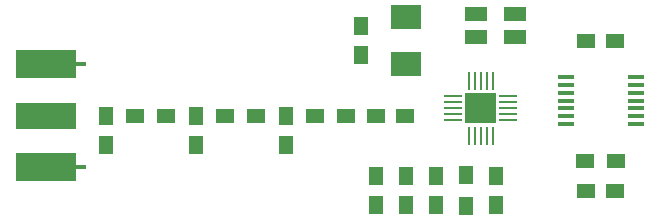
<source format=gtp>
G04 #@! TF.FileFunction,Paste,Top*
%FSLAX46Y46*%
G04 Gerber Fmt 4.6, Leading zero omitted, Abs format (unit mm)*
G04 Created by KiCad (PCBNEW 0.201511192131+6326~38~ubuntu14.04.1-stable) date Sun 22 Nov 2015 09:07:30 PM CST*
%MOMM*%
G01*
G04 APERTURE LIST*
%ADD10C,0.127000*%
%ADD11R,1.250000X1.500000*%
%ADD12R,1.500000X1.250000*%
%ADD13R,1.501140X1.198880*%
%ADD14R,2.500000X2.000000*%
%ADD15R,0.889000X0.457200*%
%ADD16R,5.080000X2.413000*%
%ADD17R,5.080000X2.286000*%
%ADD18R,1.198880X1.501140*%
%ADD19R,1.450000X0.450000*%
%ADD20R,1.900000X1.200000*%
%ADD21R,1.500000X0.250000*%
%ADD22R,0.250000X1.500000*%
G04 APERTURE END LIST*
D10*
D11*
X95250000Y-109200000D03*
X95250000Y-106700000D03*
X102870000Y-109200000D03*
X102870000Y-106700000D03*
X110490000Y-109200000D03*
X110490000Y-106700000D03*
D12*
X120630000Y-106680000D03*
X118130000Y-106680000D03*
D11*
X116840000Y-99080000D03*
X116840000Y-101580000D03*
X118110000Y-111780000D03*
X118110000Y-114280000D03*
X120650000Y-111780000D03*
X120650000Y-114280000D03*
X123190000Y-111780000D03*
X123190000Y-114280000D03*
X128270000Y-111780000D03*
X128270000Y-114280000D03*
D12*
X138410000Y-100330000D03*
X135910000Y-100330000D03*
X135910000Y-113030000D03*
X138410000Y-113030000D03*
D13*
X100360480Y-106680000D03*
X97759520Y-106680000D03*
X107980480Y-106680000D03*
X105379520Y-106680000D03*
X115600480Y-106680000D03*
X112999520Y-106680000D03*
D14*
X120650000Y-102330000D03*
X120650000Y-98330000D03*
D15*
X93154500Y-111061500D03*
D16*
X90170000Y-111061500D03*
D17*
X90170000Y-106680000D03*
D16*
X90170000Y-102298500D03*
D15*
X93154500Y-102298500D03*
D18*
X125730000Y-111729520D03*
X125730000Y-114330480D03*
D13*
X135859520Y-110490000D03*
X138460480Y-110490000D03*
D19*
X134210000Y-103460000D03*
X134210000Y-104110000D03*
X134210000Y-104760000D03*
X134210000Y-105410000D03*
X134210000Y-106060000D03*
X134210000Y-106710000D03*
X134210000Y-107360000D03*
X140110000Y-107360000D03*
X140110000Y-106710000D03*
X140110000Y-106060000D03*
X140110000Y-105410000D03*
X140110000Y-104760000D03*
X140110000Y-104110000D03*
X140110000Y-103460000D03*
D20*
X126620000Y-98060000D03*
X129920000Y-100060000D03*
X126620000Y-100060000D03*
X129920000Y-98060000D03*
D21*
X129330000Y-105045000D03*
X124670000Y-105045000D03*
X124670000Y-105545000D03*
X124670000Y-106045000D03*
X124670000Y-106545000D03*
X124670000Y-107045000D03*
X129330000Y-107045000D03*
X129330000Y-106545000D03*
X129330000Y-106045000D03*
X129330000Y-105545000D03*
D22*
X128000000Y-108375000D03*
D10*
G36*
X125700000Y-107345000D02*
X125700000Y-104745000D01*
X128300000Y-104745000D01*
X128300000Y-107345000D01*
X125700000Y-107345000D01*
X125700000Y-107345000D01*
G37*
D22*
X126000000Y-108375000D03*
X126500000Y-108375000D03*
X127000000Y-108375000D03*
X127500000Y-108375000D03*
X128000000Y-103715000D03*
X127500000Y-103715000D03*
X127000000Y-103715000D03*
X126500000Y-103715000D03*
X126000000Y-103715000D03*
M02*

</source>
